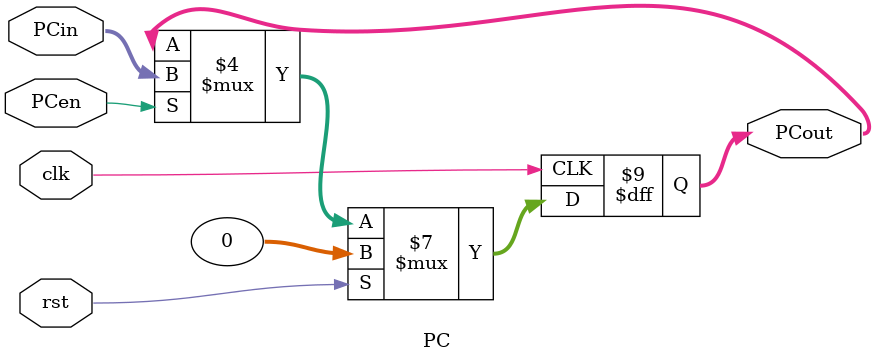
<source format=v>
`timescale 1ns / 1ps


module PC(
    input clk,
    input rst,
    input PCen,
    input [31:0]PCin,
    output reg [31:0]PCout
    );
    always@(posedge clk)
    begin
        if(rst) PCout <= 0;
        else if (PCen == 1) PCout <= PCin;
        else PCout <= PCout;
    end
endmodule

</source>
